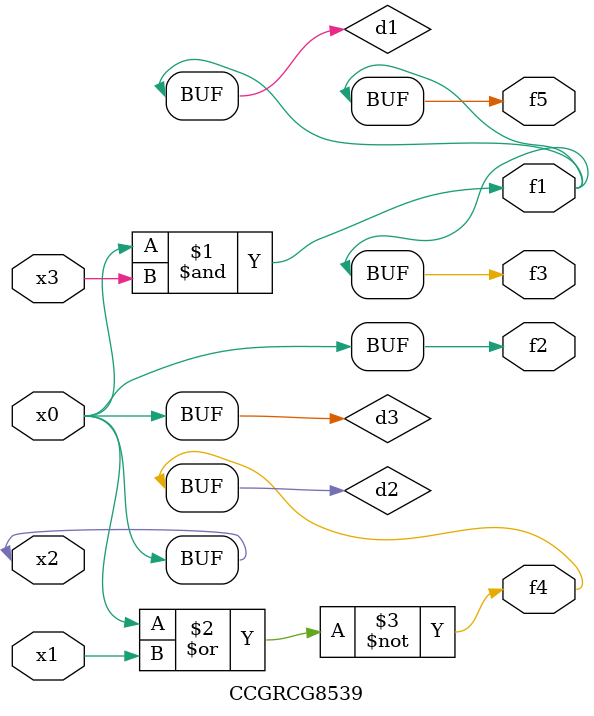
<source format=v>
module CCGRCG8539(
	input x0, x1, x2, x3,
	output f1, f2, f3, f4, f5
);

	wire d1, d2, d3;

	and (d1, x2, x3);
	nor (d2, x0, x1);
	buf (d3, x0, x2);
	assign f1 = d1;
	assign f2 = d3;
	assign f3 = d1;
	assign f4 = d2;
	assign f5 = d1;
endmodule

</source>
